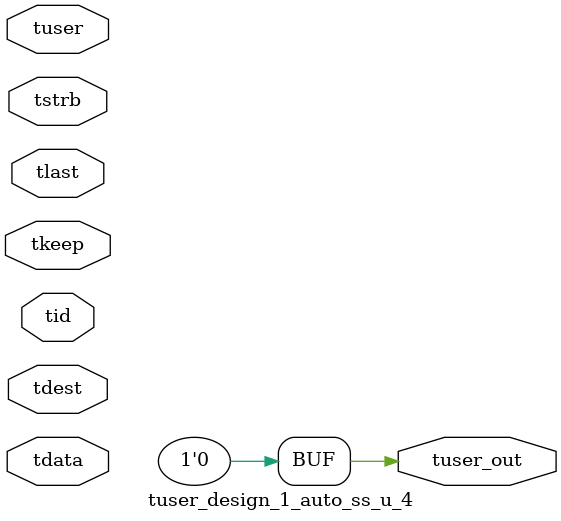
<source format=v>


`timescale 1ps/1ps

module tuser_design_1_auto_ss_u_4 #
(
parameter C_S_AXIS_TUSER_WIDTH = 1,
parameter C_S_AXIS_TDATA_WIDTH = 32,
parameter C_S_AXIS_TID_WIDTH   = 0,
parameter C_S_AXIS_TDEST_WIDTH = 0,
parameter C_M_AXIS_TUSER_WIDTH = 1
)
(
input  [(C_S_AXIS_TUSER_WIDTH == 0 ? 1 : C_S_AXIS_TUSER_WIDTH)-1:0     ] tuser,
input  [(C_S_AXIS_TDATA_WIDTH == 0 ? 1 : C_S_AXIS_TDATA_WIDTH)-1:0     ] tdata,
input  [(C_S_AXIS_TID_WIDTH   == 0 ? 1 : C_S_AXIS_TID_WIDTH)-1:0       ] tid,
input  [(C_S_AXIS_TDEST_WIDTH == 0 ? 1 : C_S_AXIS_TDEST_WIDTH)-1:0     ] tdest,
input  [(C_S_AXIS_TDATA_WIDTH/8)-1:0 ] tkeep,
input  [(C_S_AXIS_TDATA_WIDTH/8)-1:0 ] tstrb,
input                                                                    tlast,
output [C_M_AXIS_TUSER_WIDTH-1:0] tuser_out
);

assign tuser_out = {1'b0};

endmodule


</source>
